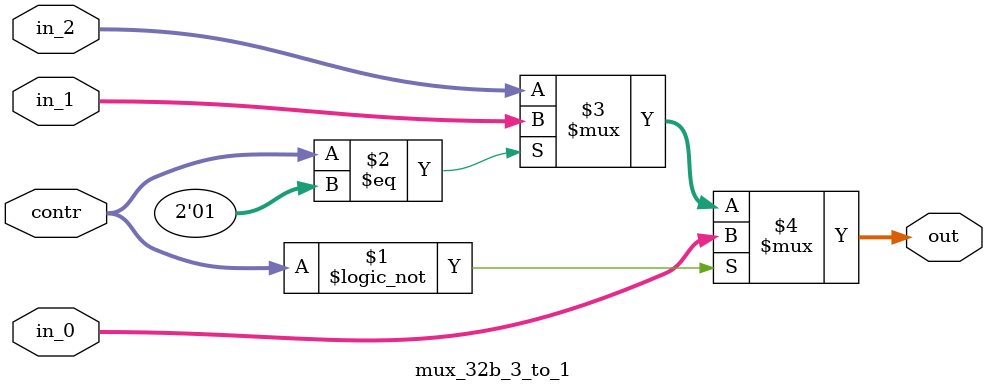
<source format=v>
module mux_32b_3_to_1(output [31:0] out, input [31:0] in_0, input [31:0] in_1, input [31:0] in_2, input [1:0] contr);
    assign out = ((contr == 0)?(in_0):((contr == 1)?(in_1):(in_2)));
endmodule
</source>
